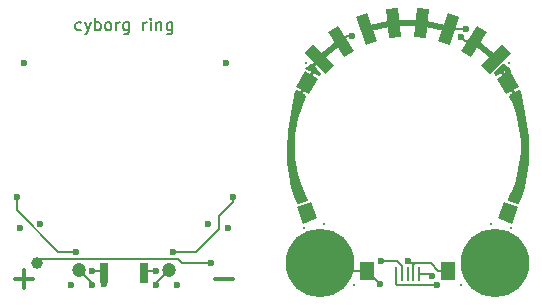
<source format=gbr>
G04 #@! TF.FileFunction,Copper,L1,Top,Signal*
%FSLAX46Y46*%
G04 Gerber Fmt 4.6, Leading zero omitted, Abs format (unit mm)*
G04 Created by KiCad (PCBNEW 4.0.7-e2-6376~58~ubuntu14.04.1) date Thu May 17 14:08:47 2018*
%MOMM*%
%LPD*%
G01*
G04 APERTURE LIST*
%ADD10C,0.100000*%
%ADD11C,0.300000*%
%ADD12C,0.140000*%
%ADD13C,0.300000*%
%ADD14R,0.250000X1.200000*%
%ADD15R,1.250000X1.500000*%
%ADD16R,0.800000X1.700000*%
%ADD17C,1.200000*%
%ADD18C,5.800000*%
%ADD19C,1.000000*%
%ADD20C,0.600000*%
%ADD21C,0.200000*%
%ADD22C,0.500000*%
G04 APERTURE END LIST*
D10*
D11*
X56738095Y-151142857D02*
X58261905Y-151142857D01*
X57500000Y-151904762D02*
X57500000Y-150380952D01*
X75261905Y-151142857D02*
X73738095Y-151142857D01*
D12*
X62357143Y-130004762D02*
X62261905Y-130052381D01*
X62071428Y-130052381D01*
X61976190Y-130004762D01*
X61928571Y-129957143D01*
X61880952Y-129861905D01*
X61880952Y-129576190D01*
X61928571Y-129480952D01*
X61976190Y-129433333D01*
X62071428Y-129385714D01*
X62261905Y-129385714D01*
X62357143Y-129433333D01*
X62690476Y-129385714D02*
X62928571Y-130052381D01*
X63166667Y-129385714D02*
X62928571Y-130052381D01*
X62833333Y-130290476D01*
X62785714Y-130338095D01*
X62690476Y-130385714D01*
X63547619Y-130052381D02*
X63547619Y-129052381D01*
X63547619Y-129433333D02*
X63642857Y-129385714D01*
X63833334Y-129385714D01*
X63928572Y-129433333D01*
X63976191Y-129480952D01*
X64023810Y-129576190D01*
X64023810Y-129861905D01*
X63976191Y-129957143D01*
X63928572Y-130004762D01*
X63833334Y-130052381D01*
X63642857Y-130052381D01*
X63547619Y-130004762D01*
X64595238Y-130052381D02*
X64500000Y-130004762D01*
X64452381Y-129957143D01*
X64404762Y-129861905D01*
X64404762Y-129576190D01*
X64452381Y-129480952D01*
X64500000Y-129433333D01*
X64595238Y-129385714D01*
X64738096Y-129385714D01*
X64833334Y-129433333D01*
X64880953Y-129480952D01*
X64928572Y-129576190D01*
X64928572Y-129861905D01*
X64880953Y-129957143D01*
X64833334Y-130004762D01*
X64738096Y-130052381D01*
X64595238Y-130052381D01*
X65357143Y-130052381D02*
X65357143Y-129385714D01*
X65357143Y-129576190D02*
X65404762Y-129480952D01*
X65452381Y-129433333D01*
X65547619Y-129385714D01*
X65642858Y-129385714D01*
X66404763Y-129385714D02*
X66404763Y-130195238D01*
X66357144Y-130290476D01*
X66309525Y-130338095D01*
X66214286Y-130385714D01*
X66071429Y-130385714D01*
X65976191Y-130338095D01*
X66404763Y-130004762D02*
X66309525Y-130052381D01*
X66119048Y-130052381D01*
X66023810Y-130004762D01*
X65976191Y-129957143D01*
X65928572Y-129861905D01*
X65928572Y-129576190D01*
X65976191Y-129480952D01*
X66023810Y-129433333D01*
X66119048Y-129385714D01*
X66309525Y-129385714D01*
X66404763Y-129433333D01*
X67642858Y-130052381D02*
X67642858Y-129385714D01*
X67642858Y-129576190D02*
X67690477Y-129480952D01*
X67738096Y-129433333D01*
X67833334Y-129385714D01*
X67928573Y-129385714D01*
X68261906Y-130052381D02*
X68261906Y-129385714D01*
X68261906Y-129052381D02*
X68214287Y-129100000D01*
X68261906Y-129147619D01*
X68309525Y-129100000D01*
X68261906Y-129052381D01*
X68261906Y-129147619D01*
X68738096Y-129385714D02*
X68738096Y-130052381D01*
X68738096Y-129480952D02*
X68785715Y-129433333D01*
X68880953Y-129385714D01*
X69023811Y-129385714D01*
X69119049Y-129433333D01*
X69166668Y-129528571D01*
X69166668Y-130052381D01*
X70071430Y-129385714D02*
X70071430Y-130195238D01*
X70023811Y-130290476D01*
X69976192Y-130338095D01*
X69880953Y-130385714D01*
X69738096Y-130385714D01*
X69642858Y-130338095D01*
X70071430Y-130004762D02*
X69976192Y-130052381D01*
X69785715Y-130052381D01*
X69690477Y-130004762D01*
X69642858Y-129957143D01*
X69595239Y-129861905D01*
X69595239Y-129576190D01*
X69642858Y-129480952D01*
X69690477Y-129433333D01*
X69785715Y-129385714D01*
X69976192Y-129385714D01*
X70071430Y-129433333D01*
D13*
X98600000Y-132800000D03*
D10*
G36*
X96248777Y-133020211D02*
X98031903Y-131267938D01*
X98732813Y-131981189D01*
X96949687Y-133733462D01*
X96248777Y-133020211D01*
X96248777Y-133020211D01*
G37*
G36*
X99416266Y-134837019D02*
X98333734Y-135462019D01*
X97583734Y-134162981D01*
X98666266Y-133537981D01*
X99416266Y-134837019D01*
X99416266Y-134837019D01*
G37*
G36*
X98169207Y-144581468D02*
X99343823Y-145008993D01*
X98830793Y-146418532D01*
X97656177Y-145991007D01*
X98169207Y-144581468D01*
X98169207Y-144581468D01*
G37*
G36*
X83053644Y-133733462D02*
X81270518Y-131981189D01*
X81971428Y-131267938D01*
X83754554Y-133020211D01*
X83053644Y-133733462D01*
X83053644Y-133733462D01*
G37*
G36*
X84609949Y-132327526D02*
X83266700Y-130219047D01*
X84110091Y-129681748D01*
X85453340Y-131790227D01*
X84609949Y-132327526D01*
X84609949Y-132327526D01*
G37*
G36*
X86442631Y-131307716D02*
X85608114Y-128951113D01*
X86550755Y-128617306D01*
X87385272Y-130973909D01*
X86442631Y-131307716D01*
X86442631Y-131307716D01*
G37*
G36*
X88457749Y-130726309D02*
X88174741Y-128242380D01*
X89168313Y-128129177D01*
X89451321Y-130613106D01*
X88457749Y-130726309D01*
X88457749Y-130726309D01*
G37*
G36*
X90552009Y-130613106D02*
X90835017Y-128129177D01*
X91828589Y-128242380D01*
X91545581Y-130726309D01*
X90552009Y-130613106D01*
X90552009Y-130613106D01*
G37*
G36*
X92618058Y-130973911D02*
X93452575Y-128617308D01*
X94395216Y-128951115D01*
X93560699Y-131307718D01*
X92618058Y-130973911D01*
X92618058Y-130973911D01*
G37*
G36*
X94549991Y-131790227D02*
X95893240Y-129681748D01*
X96736631Y-130219047D01*
X95393382Y-132327526D01*
X94549991Y-131790227D01*
X94549991Y-131790227D01*
G37*
D14*
X89000000Y-150700000D03*
X89500000Y-150700000D03*
X90000000Y-150700000D03*
X90500000Y-150700000D03*
X91000000Y-150700000D03*
D15*
X86600000Y-150400000D03*
X93400000Y-150400000D03*
D16*
X64300000Y-150600000D03*
X67700000Y-150600000D03*
D10*
G36*
X80656177Y-145008993D02*
X81830793Y-144581468D01*
X82343823Y-145991007D01*
X81169207Y-146418532D01*
X80656177Y-145008993D01*
X80656177Y-145008993D01*
G37*
G36*
X81666266Y-135462019D02*
X80583734Y-134837019D01*
X81333734Y-133537981D01*
X82416266Y-134162981D01*
X81666266Y-135462019D01*
X81666266Y-135462019D01*
G37*
D17*
X69810000Y-150365000D03*
X62190000Y-150365000D03*
D18*
X82600000Y-149800000D03*
X97400000Y-149800000D03*
D19*
X97400000Y-149800000D03*
X58600000Y-149800000D03*
D13*
X57200000Y-146800000D03*
D20*
X57200000Y-146800000D03*
D13*
X58900000Y-146500000D03*
D20*
X58900000Y-146500000D03*
D13*
X73100000Y-146500000D03*
D20*
X73100000Y-146500000D03*
D13*
X74800000Y-146800000D03*
D20*
X74800000Y-146800000D03*
D13*
X81200000Y-146800000D03*
X82900000Y-146500000D03*
X98800000Y-146800000D03*
X97100000Y-146500000D03*
X57500000Y-132800000D03*
D20*
X57500000Y-132800000D03*
D13*
X74600000Y-132800000D03*
D20*
X74600000Y-132800000D03*
D13*
X81400000Y-132800000D03*
X61500000Y-151600000D03*
D20*
X61500000Y-151600000D03*
D13*
X70500000Y-151600000D03*
D20*
X70500000Y-151600000D03*
D13*
X85500000Y-151600000D03*
X94500000Y-151600000D03*
D20*
X92500000Y-151600000D03*
X87700000Y-151500000D03*
X61900000Y-148800000D03*
X56900000Y-144200000D03*
X80900000Y-144200000D03*
X87722255Y-149597658D03*
X85300000Y-130500000D03*
X94500000Y-130600000D03*
X99100000Y-144200000D03*
X94943766Y-129934350D03*
X98500000Y-133600000D03*
X92100000Y-150900000D03*
X75200000Y-144200000D03*
X70100000Y-148800000D03*
X68713985Y-150458562D03*
X68692801Y-151643199D03*
X64300000Y-151500000D03*
X63300000Y-150400000D03*
X73400000Y-149800000D03*
X90000000Y-149599998D03*
X63307199Y-151643199D03*
D21*
X89100000Y-151600000D02*
X92500000Y-151600000D01*
X89000000Y-150700000D02*
X89000000Y-151500000D01*
X89000000Y-151500000D02*
X89100000Y-151600000D01*
X87700000Y-151500000D02*
X86600000Y-150400000D01*
X86600000Y-150400000D02*
X83200000Y-150400000D01*
X83200000Y-150400000D02*
X82600000Y-149800000D01*
X60400000Y-148800000D02*
X56900000Y-145300000D01*
X61900000Y-148800000D02*
X60400000Y-148800000D01*
X56900000Y-145300000D02*
X56900000Y-144500000D01*
X56900000Y-144500000D02*
X56900000Y-144200000D01*
X89109656Y-149597658D02*
X88146519Y-149597658D01*
X88146519Y-149597658D02*
X87722255Y-149597658D01*
X89500000Y-149988002D02*
X89109656Y-149597658D01*
X89500000Y-150700000D02*
X89500000Y-149988002D01*
X85300000Y-130500000D02*
X84864657Y-130500000D01*
X84864657Y-130500000D02*
X84360020Y-131004637D01*
X95643311Y-131004637D02*
X94904637Y-131004637D01*
X94904637Y-131004637D02*
X94500000Y-130600000D01*
D22*
X95643311Y-131004637D02*
X97490000Y-132500000D01*
X97490000Y-132500000D02*
X97490795Y-132500700D01*
X82512536Y-132500700D02*
X84370000Y-131000000D01*
X84370000Y-131000000D02*
X84360020Y-131004637D01*
X98500000Y-133600000D02*
X98500000Y-134500000D01*
D21*
X93506637Y-129962513D02*
X94915603Y-129962513D01*
X94915603Y-129962513D02*
X94943766Y-129934350D01*
X91000000Y-150700000D02*
X91900000Y-150700000D01*
X91900000Y-150700000D02*
X92100000Y-150900000D01*
D22*
X86496693Y-129962511D02*
X88800000Y-129430000D01*
X88800000Y-129430000D02*
X91190000Y-129430000D01*
X91190000Y-129430000D02*
X93520000Y-129960000D01*
X93520000Y-129960000D02*
X93506637Y-129962513D01*
D21*
X70100000Y-148800000D02*
X72100000Y-148800000D01*
X74000000Y-145800000D02*
X75200000Y-144600000D01*
X72100000Y-148800000D02*
X74000000Y-146900000D01*
X74000000Y-146900000D02*
X74000000Y-145800000D01*
X75200000Y-144600000D02*
X75200000Y-144200000D01*
X68713985Y-150458562D02*
X67841438Y-150458562D01*
X67841438Y-150458562D02*
X67700000Y-150600000D01*
X68692801Y-151643199D02*
X68692801Y-151482199D01*
X68692801Y-151482199D02*
X69810000Y-150365000D01*
X64300000Y-151500000D02*
X64300000Y-150600000D01*
X63300000Y-150400000D02*
X64100000Y-150400000D01*
X64100000Y-150400000D02*
X64300000Y-150600000D01*
X73400000Y-149800000D02*
X70925127Y-149800000D01*
X70575126Y-149449999D02*
X58950001Y-149449999D01*
X70925127Y-149800000D02*
X70575126Y-149449999D01*
X58950001Y-149449999D02*
X58600000Y-149800000D01*
X90600001Y-149799999D02*
X90200001Y-149799999D01*
X90200001Y-149799999D02*
X90000000Y-149599998D01*
X93400000Y-150400000D02*
X92575000Y-150400000D01*
X92575000Y-150400000D02*
X91974999Y-149799999D01*
X91974999Y-149799999D02*
X90600001Y-149799999D01*
X90600001Y-149799999D02*
X90500000Y-149900000D01*
X90500000Y-149900000D02*
X90500000Y-150700000D01*
X63307199Y-151643199D02*
X63307199Y-151482199D01*
X63307199Y-151482199D02*
X62190000Y-150365000D01*
G36*
X98197826Y-133006689D02*
X98245632Y-133080869D01*
X98306935Y-133144350D01*
X98379401Y-133194715D01*
X98460270Y-133230046D01*
X98546460Y-133248996D01*
X98582088Y-133249742D01*
X98541855Y-133263399D01*
X98490677Y-133292947D01*
X98083253Y-133528173D01*
X98055801Y-133630625D01*
X98518301Y-134431699D01*
X98535622Y-134421699D01*
X98585622Y-134508301D01*
X98568301Y-134518301D01*
X99030801Y-135319375D01*
X99133253Y-135346827D01*
X99459103Y-135158697D01*
X99479964Y-135234068D01*
X99592751Y-135671048D01*
X99701304Y-136126551D01*
X99803929Y-136598798D01*
X99898885Y-137085782D01*
X99984448Y-137585533D01*
X100058901Y-138096134D01*
X100120540Y-138615625D01*
X100167673Y-139142065D01*
X100198604Y-139673384D01*
X100211681Y-140207703D01*
X100205237Y-140743053D01*
X100177653Y-141277450D01*
X100127326Y-141808906D01*
X100052668Y-142335577D01*
X99952139Y-142855455D01*
X99824192Y-143366759D01*
X99667311Y-143867638D01*
X99479966Y-144356382D01*
X99329181Y-144682867D01*
X98551575Y-144399841D01*
X98707630Y-144095147D01*
X98709869Y-144089468D01*
X98712990Y-144084218D01*
X98715034Y-144079779D01*
X98901275Y-143667825D01*
X98903250Y-143662000D01*
X98906133Y-143656559D01*
X98907957Y-143652025D01*
X99074476Y-143229695D01*
X99076177Y-143223732D01*
X99078809Y-143218111D01*
X99080408Y-143213493D01*
X99226619Y-142781376D01*
X99228036Y-142775285D01*
X99230403Y-142769499D01*
X99231771Y-142764807D01*
X99357092Y-142323488D01*
X99358214Y-142317287D01*
X99360306Y-142311344D01*
X99361439Y-142306590D01*
X99465286Y-141856648D01*
X99466103Y-141850356D01*
X99467908Y-141844271D01*
X99468800Y-141839466D01*
X99550585Y-141381491D01*
X99551089Y-141375128D01*
X99552594Y-141368925D01*
X99553244Y-141364081D01*
X99612386Y-140898653D01*
X99612570Y-140892243D01*
X99613766Y-140885941D01*
X99614171Y-140881071D01*
X99650083Y-140408776D01*
X99649943Y-140402347D01*
X99650821Y-140395974D01*
X99650979Y-140391089D01*
X99663086Y-139912515D01*
X99662621Y-139906107D01*
X99663176Y-139899698D01*
X99663086Y-139894811D01*
X99650979Y-139416236D01*
X99650190Y-139409853D01*
X99650420Y-139403425D01*
X99650083Y-139398549D01*
X99614171Y-138926254D01*
X99613062Y-138919933D01*
X99612968Y-138913524D01*
X99612386Y-138908671D01*
X99553244Y-138443245D01*
X99551826Y-138437024D01*
X99551411Y-138430652D01*
X99550585Y-138425836D01*
X99468800Y-137967859D01*
X99467081Y-137961755D01*
X99466352Y-137955447D01*
X99465286Y-137950677D01*
X99361439Y-137500736D01*
X99359428Y-137494760D01*
X99358394Y-137488549D01*
X99357092Y-137483838D01*
X99231771Y-137042519D01*
X99229485Y-137036701D01*
X99228153Y-137030590D01*
X99226619Y-137025950D01*
X99080408Y-136593833D01*
X99077855Y-136588177D01*
X99076237Y-136582189D01*
X99074476Y-136577631D01*
X98907957Y-136155301D01*
X98905153Y-136149827D01*
X98903258Y-136143968D01*
X98901275Y-136139501D01*
X98715034Y-135727547D01*
X98711990Y-135722259D01*
X98709828Y-135716544D01*
X98707630Y-135712179D01*
X98660347Y-135619860D01*
X98916747Y-135471827D01*
X98944199Y-135369375D01*
X98481699Y-134568301D01*
X98464378Y-134578301D01*
X98414378Y-134491699D01*
X98431699Y-134481699D01*
X97969199Y-133680625D01*
X97866747Y-133653173D01*
X97526100Y-133849846D01*
X97464719Y-133771738D01*
X97460611Y-133767449D01*
X97457247Y-133762554D01*
X97454073Y-133758838D01*
X97408034Y-133705689D01*
X98175843Y-132951166D01*
X98197826Y-133006689D01*
X98197826Y-133006689D01*
G37*
X98197826Y-133006689D02*
X98245632Y-133080869D01*
X98306935Y-133144350D01*
X98379401Y-133194715D01*
X98460270Y-133230046D01*
X98546460Y-133248996D01*
X98582088Y-133249742D01*
X98541855Y-133263399D01*
X98490677Y-133292947D01*
X98083253Y-133528173D01*
X98055801Y-133630625D01*
X98518301Y-134431699D01*
X98535622Y-134421699D01*
X98585622Y-134508301D01*
X98568301Y-134518301D01*
X99030801Y-135319375D01*
X99133253Y-135346827D01*
X99459103Y-135158697D01*
X99479964Y-135234068D01*
X99592751Y-135671048D01*
X99701304Y-136126551D01*
X99803929Y-136598798D01*
X99898885Y-137085782D01*
X99984448Y-137585533D01*
X100058901Y-138096134D01*
X100120540Y-138615625D01*
X100167673Y-139142065D01*
X100198604Y-139673384D01*
X100211681Y-140207703D01*
X100205237Y-140743053D01*
X100177653Y-141277450D01*
X100127326Y-141808906D01*
X100052668Y-142335577D01*
X99952139Y-142855455D01*
X99824192Y-143366759D01*
X99667311Y-143867638D01*
X99479966Y-144356382D01*
X99329181Y-144682867D01*
X98551575Y-144399841D01*
X98707630Y-144095147D01*
X98709869Y-144089468D01*
X98712990Y-144084218D01*
X98715034Y-144079779D01*
X98901275Y-143667825D01*
X98903250Y-143662000D01*
X98906133Y-143656559D01*
X98907957Y-143652025D01*
X99074476Y-143229695D01*
X99076177Y-143223732D01*
X99078809Y-143218111D01*
X99080408Y-143213493D01*
X99226619Y-142781376D01*
X99228036Y-142775285D01*
X99230403Y-142769499D01*
X99231771Y-142764807D01*
X99357092Y-142323488D01*
X99358214Y-142317287D01*
X99360306Y-142311344D01*
X99361439Y-142306590D01*
X99465286Y-141856648D01*
X99466103Y-141850356D01*
X99467908Y-141844271D01*
X99468800Y-141839466D01*
X99550585Y-141381491D01*
X99551089Y-141375128D01*
X99552594Y-141368925D01*
X99553244Y-141364081D01*
X99612386Y-140898653D01*
X99612570Y-140892243D01*
X99613766Y-140885941D01*
X99614171Y-140881071D01*
X99650083Y-140408776D01*
X99649943Y-140402347D01*
X99650821Y-140395974D01*
X99650979Y-140391089D01*
X99663086Y-139912515D01*
X99662621Y-139906107D01*
X99663176Y-139899698D01*
X99663086Y-139894811D01*
X99650979Y-139416236D01*
X99650190Y-139409853D01*
X99650420Y-139403425D01*
X99650083Y-139398549D01*
X99614171Y-138926254D01*
X99613062Y-138919933D01*
X99612968Y-138913524D01*
X99612386Y-138908671D01*
X99553244Y-138443245D01*
X99551826Y-138437024D01*
X99551411Y-138430652D01*
X99550585Y-138425836D01*
X99468800Y-137967859D01*
X99467081Y-137961755D01*
X99466352Y-137955447D01*
X99465286Y-137950677D01*
X99361439Y-137500736D01*
X99359428Y-137494760D01*
X99358394Y-137488549D01*
X99357092Y-137483838D01*
X99231771Y-137042519D01*
X99229485Y-137036701D01*
X99228153Y-137030590D01*
X99226619Y-137025950D01*
X99080408Y-136593833D01*
X99077855Y-136588177D01*
X99076237Y-136582189D01*
X99074476Y-136577631D01*
X98907957Y-136155301D01*
X98905153Y-136149827D01*
X98903258Y-136143968D01*
X98901275Y-136139501D01*
X98715034Y-135727547D01*
X98711990Y-135722259D01*
X98709828Y-135716544D01*
X98707630Y-135712179D01*
X98660347Y-135619860D01*
X98916747Y-135471827D01*
X98944199Y-135369375D01*
X98481699Y-134568301D01*
X98464378Y-134578301D01*
X98414378Y-134491699D01*
X98431699Y-134481699D01*
X97969199Y-133680625D01*
X97866747Y-133653173D01*
X97526100Y-133849846D01*
X97464719Y-133771738D01*
X97460611Y-133767449D01*
X97457247Y-133762554D01*
X97454073Y-133758838D01*
X97408034Y-133705689D01*
X98175843Y-132951166D01*
X98197826Y-133006689D01*
G36*
X82597263Y-132485818D02*
X82583244Y-132500083D01*
X82597509Y-132514101D01*
X82527418Y-132585427D01*
X82513153Y-132571408D01*
X82040039Y-133052852D01*
X82040965Y-133158914D01*
X82608701Y-133716827D01*
X82572310Y-133758838D01*
X82568877Y-133763687D01*
X82564711Y-133767917D01*
X82561664Y-133771738D01*
X82492049Y-133860325D01*
X82133253Y-133653173D01*
X82030801Y-133680625D01*
X81568301Y-134481699D01*
X81585622Y-134491699D01*
X81535622Y-134578301D01*
X81518301Y-134568301D01*
X81055801Y-135369375D01*
X81083253Y-135471827D01*
X81360015Y-135631615D01*
X81318753Y-135712179D01*
X81316513Y-135717859D01*
X81313394Y-135723107D01*
X81311350Y-135727546D01*
X81125108Y-136139500D01*
X81123133Y-136145327D01*
X81120250Y-136150767D01*
X81118426Y-136155301D01*
X80951907Y-136577630D01*
X80950206Y-136583595D01*
X80947574Y-136589215D01*
X80945975Y-136593833D01*
X80799764Y-137025949D01*
X80798347Y-137032042D01*
X80795980Y-137037827D01*
X80794612Y-137042519D01*
X80669291Y-137483838D01*
X80668170Y-137490035D01*
X80666076Y-137495983D01*
X80664944Y-137500737D01*
X80561098Y-137950677D01*
X80560281Y-137956970D01*
X80558476Y-137963054D01*
X80557584Y-137967858D01*
X80475798Y-138425835D01*
X80475294Y-138432198D01*
X80473789Y-138438401D01*
X80473139Y-138443245D01*
X80413997Y-138908671D01*
X80413813Y-138915082D01*
X80412617Y-138921384D01*
X80412212Y-138926254D01*
X80376299Y-139398550D01*
X80376440Y-139404984D01*
X80375562Y-139411351D01*
X80375404Y-139416236D01*
X80363297Y-139894812D01*
X80363762Y-139901220D01*
X80363207Y-139907628D01*
X80363297Y-139912514D01*
X80375404Y-140391089D01*
X80376193Y-140397472D01*
X80375963Y-140403900D01*
X80376299Y-140408775D01*
X80412212Y-140881071D01*
X80413321Y-140887392D01*
X80413415Y-140893802D01*
X80413997Y-140898654D01*
X80473139Y-141364081D01*
X80474557Y-141370302D01*
X80474972Y-141376674D01*
X80475798Y-141381491D01*
X80557584Y-141839467D01*
X80559303Y-141845572D01*
X80560032Y-141851878D01*
X80561098Y-141856647D01*
X80664944Y-142306589D01*
X80666954Y-142312564D01*
X80667989Y-142318778D01*
X80669291Y-142323488D01*
X80794612Y-142764807D01*
X80796898Y-142770624D01*
X80798230Y-142776737D01*
X80799764Y-142781377D01*
X80945975Y-143213493D01*
X80948528Y-143219149D01*
X80950146Y-143225137D01*
X80951907Y-143229696D01*
X81118426Y-143652025D01*
X81121231Y-143657503D01*
X81123126Y-143663359D01*
X81125108Y-143667826D01*
X81311350Y-144079780D01*
X81314396Y-144085072D01*
X81316556Y-144090781D01*
X81318753Y-144095147D01*
X81470662Y-144391748D01*
X80697822Y-144673038D01*
X80563495Y-144362341D01*
X80387569Y-143871506D01*
X80240539Y-143368611D01*
X80120981Y-142855463D01*
X80027442Y-142333858D01*
X79958471Y-141805700D01*
X79912576Y-141272853D01*
X79888248Y-140737345D01*
X79883973Y-140201026D01*
X79898171Y-139665891D01*
X79929294Y-139133969D01*
X79975747Y-138607071D01*
X80035919Y-138087236D01*
X80108186Y-137576480D01*
X80190942Y-137076607D01*
X80282540Y-136589672D01*
X80381355Y-136117517D01*
X80485731Y-135662137D01*
X80594004Y-135225523D01*
X80602335Y-135194168D01*
X80866747Y-135346827D01*
X80969199Y-135319375D01*
X81431699Y-134518301D01*
X81414378Y-134508301D01*
X81464378Y-134421699D01*
X81481699Y-134431699D01*
X81944199Y-133630625D01*
X81916747Y-133528173D01*
X81509323Y-133292947D01*
X81458145Y-133263399D01*
X81420268Y-133250542D01*
X81434691Y-133250844D01*
X81521599Y-133235520D01*
X81603876Y-133203607D01*
X81678388Y-133156320D01*
X81742296Y-133095462D01*
X81793166Y-133023349D01*
X81826599Y-132948257D01*
X81862652Y-132983687D01*
X81968714Y-132982761D01*
X82441828Y-132501317D01*
X82427563Y-132487299D01*
X82497654Y-132415973D01*
X82511919Y-132429992D01*
X82525937Y-132415727D01*
X82597263Y-132485818D01*
X82597263Y-132485818D01*
G37*
X82597263Y-132485818D02*
X82583244Y-132500083D01*
X82597509Y-132514101D01*
X82527418Y-132585427D01*
X82513153Y-132571408D01*
X82040039Y-133052852D01*
X82040965Y-133158914D01*
X82608701Y-133716827D01*
X82572310Y-133758838D01*
X82568877Y-133763687D01*
X82564711Y-133767917D01*
X82561664Y-133771738D01*
X82492049Y-133860325D01*
X82133253Y-133653173D01*
X82030801Y-133680625D01*
X81568301Y-134481699D01*
X81585622Y-134491699D01*
X81535622Y-134578301D01*
X81518301Y-134568301D01*
X81055801Y-135369375D01*
X81083253Y-135471827D01*
X81360015Y-135631615D01*
X81318753Y-135712179D01*
X81316513Y-135717859D01*
X81313394Y-135723107D01*
X81311350Y-135727546D01*
X81125108Y-136139500D01*
X81123133Y-136145327D01*
X81120250Y-136150767D01*
X81118426Y-136155301D01*
X80951907Y-136577630D01*
X80950206Y-136583595D01*
X80947574Y-136589215D01*
X80945975Y-136593833D01*
X80799764Y-137025949D01*
X80798347Y-137032042D01*
X80795980Y-137037827D01*
X80794612Y-137042519D01*
X80669291Y-137483838D01*
X80668170Y-137490035D01*
X80666076Y-137495983D01*
X80664944Y-137500737D01*
X80561098Y-137950677D01*
X80560281Y-137956970D01*
X80558476Y-137963054D01*
X80557584Y-137967858D01*
X80475798Y-138425835D01*
X80475294Y-138432198D01*
X80473789Y-138438401D01*
X80473139Y-138443245D01*
X80413997Y-138908671D01*
X80413813Y-138915082D01*
X80412617Y-138921384D01*
X80412212Y-138926254D01*
X80376299Y-139398550D01*
X80376440Y-139404984D01*
X80375562Y-139411351D01*
X80375404Y-139416236D01*
X80363297Y-139894812D01*
X80363762Y-139901220D01*
X80363207Y-139907628D01*
X80363297Y-139912514D01*
X80375404Y-140391089D01*
X80376193Y-140397472D01*
X80375963Y-140403900D01*
X80376299Y-140408775D01*
X80412212Y-140881071D01*
X80413321Y-140887392D01*
X80413415Y-140893802D01*
X80413997Y-140898654D01*
X80473139Y-141364081D01*
X80474557Y-141370302D01*
X80474972Y-141376674D01*
X80475798Y-141381491D01*
X80557584Y-141839467D01*
X80559303Y-141845572D01*
X80560032Y-141851878D01*
X80561098Y-141856647D01*
X80664944Y-142306589D01*
X80666954Y-142312564D01*
X80667989Y-142318778D01*
X80669291Y-142323488D01*
X80794612Y-142764807D01*
X80796898Y-142770624D01*
X80798230Y-142776737D01*
X80799764Y-142781377D01*
X80945975Y-143213493D01*
X80948528Y-143219149D01*
X80950146Y-143225137D01*
X80951907Y-143229696D01*
X81118426Y-143652025D01*
X81121231Y-143657503D01*
X81123126Y-143663359D01*
X81125108Y-143667826D01*
X81311350Y-144079780D01*
X81314396Y-144085072D01*
X81316556Y-144090781D01*
X81318753Y-144095147D01*
X81470662Y-144391748D01*
X80697822Y-144673038D01*
X80563495Y-144362341D01*
X80387569Y-143871506D01*
X80240539Y-143368611D01*
X80120981Y-142855463D01*
X80027442Y-142333858D01*
X79958471Y-141805700D01*
X79912576Y-141272853D01*
X79888248Y-140737345D01*
X79883973Y-140201026D01*
X79898171Y-139665891D01*
X79929294Y-139133969D01*
X79975747Y-138607071D01*
X80035919Y-138087236D01*
X80108186Y-137576480D01*
X80190942Y-137076607D01*
X80282540Y-136589672D01*
X80381355Y-136117517D01*
X80485731Y-135662137D01*
X80594004Y-135225523D01*
X80602335Y-135194168D01*
X80866747Y-135346827D01*
X80969199Y-135319375D01*
X81431699Y-134518301D01*
X81414378Y-134508301D01*
X81464378Y-134421699D01*
X81481699Y-134431699D01*
X81944199Y-133630625D01*
X81916747Y-133528173D01*
X81509323Y-133292947D01*
X81458145Y-133263399D01*
X81420268Y-133250542D01*
X81434691Y-133250844D01*
X81521599Y-133235520D01*
X81603876Y-133203607D01*
X81678388Y-133156320D01*
X81742296Y-133095462D01*
X81793166Y-133023349D01*
X81826599Y-132948257D01*
X81862652Y-132983687D01*
X81968714Y-132982761D01*
X82441828Y-132501317D01*
X82427563Y-132487299D01*
X82497654Y-132415973D01*
X82511919Y-132429992D01*
X82525937Y-132415727D01*
X82597263Y-132485818D01*
M02*

</source>
